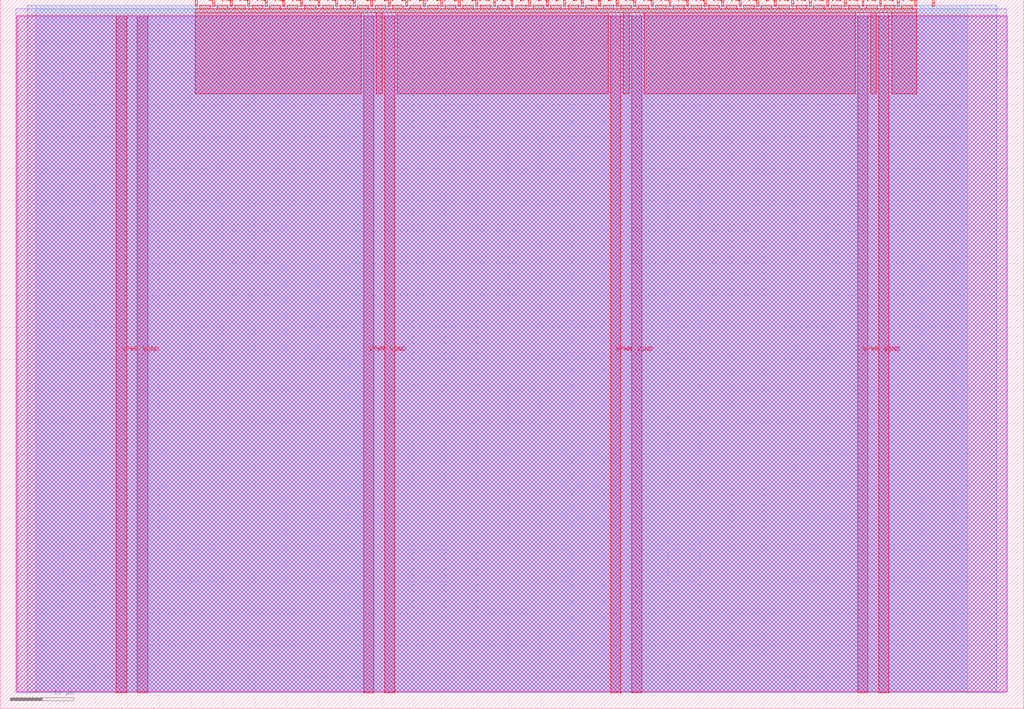
<source format=lef>
VERSION 5.7 ;
  NOWIREEXTENSIONATPIN ON ;
  DIVIDERCHAR "/" ;
  BUSBITCHARS "[]" ;
MACRO tt_um_wokwi_414123795172381697
  CLASS BLOCK ;
  FOREIGN tt_um_wokwi_414123795172381697 ;
  ORIGIN 0.000 0.000 ;
  SIZE 161.000 BY 111.520 ;
  PIN VGND
    DIRECTION INOUT ;
    USE GROUND ;
    PORT
      LAYER met4 ;
        RECT 21.580 2.480 23.180 109.040 ;
    END
    PORT
      LAYER met4 ;
        RECT 60.450 2.480 62.050 109.040 ;
    END
    PORT
      LAYER met4 ;
        RECT 99.320 2.480 100.920 109.040 ;
    END
    PORT
      LAYER met4 ;
        RECT 138.190 2.480 139.790 109.040 ;
    END
  END VGND
  PIN VPWR
    DIRECTION INOUT ;
    USE POWER ;
    PORT
      LAYER met4 ;
        RECT 18.280 2.480 19.880 109.040 ;
    END
    PORT
      LAYER met4 ;
        RECT 57.150 2.480 58.750 109.040 ;
    END
    PORT
      LAYER met4 ;
        RECT 96.020 2.480 97.620 109.040 ;
    END
    PORT
      LAYER met4 ;
        RECT 134.890 2.480 136.490 109.040 ;
    END
  END VPWR
  PIN clk
    DIRECTION INPUT ;
    USE SIGNAL ;
    ANTENNAGATEAREA 0.852000 ;
    PORT
      LAYER met4 ;
        RECT 143.830 110.520 144.130 111.520 ;
    END
  END clk
  PIN ena
    DIRECTION INPUT ;
    USE SIGNAL ;
    PORT
      LAYER met4 ;
        RECT 146.590 110.520 146.890 111.520 ;
    END
  END ena
  PIN rst_n
    DIRECTION INPUT ;
    USE SIGNAL ;
    ANTENNAGATEAREA 0.196500 ;
    PORT
      LAYER met4 ;
        RECT 141.070 110.520 141.370 111.520 ;
    END
  END rst_n
  PIN ui_in[0]
    DIRECTION INPUT ;
    USE SIGNAL ;
    ANTENNAGATEAREA 0.126000 ;
    PORT
      LAYER met4 ;
        RECT 138.310 110.520 138.610 111.520 ;
    END
  END ui_in[0]
  PIN ui_in[1]
    DIRECTION INPUT ;
    USE SIGNAL ;
    ANTENNAGATEAREA 0.196500 ;
    PORT
      LAYER met4 ;
        RECT 135.550 110.520 135.850 111.520 ;
    END
  END ui_in[1]
  PIN ui_in[2]
    DIRECTION INPUT ;
    USE SIGNAL ;
    ANTENNAGATEAREA 0.196500 ;
    PORT
      LAYER met4 ;
        RECT 132.790 110.520 133.090 111.520 ;
    END
  END ui_in[2]
  PIN ui_in[3]
    DIRECTION INPUT ;
    USE SIGNAL ;
    ANTENNAGATEAREA 0.196500 ;
    PORT
      LAYER met4 ;
        RECT 130.030 110.520 130.330 111.520 ;
    END
  END ui_in[3]
  PIN ui_in[4]
    DIRECTION INPUT ;
    USE SIGNAL ;
    ANTENNAGATEAREA 0.196500 ;
    PORT
      LAYER met4 ;
        RECT 127.270 110.520 127.570 111.520 ;
    END
  END ui_in[4]
  PIN ui_in[5]
    DIRECTION INPUT ;
    USE SIGNAL ;
    ANTENNAGATEAREA 0.196500 ;
    PORT
      LAYER met4 ;
        RECT 124.510 110.520 124.810 111.520 ;
    END
  END ui_in[5]
  PIN ui_in[6]
    DIRECTION INPUT ;
    USE SIGNAL ;
    ANTENNAGATEAREA 0.196500 ;
    PORT
      LAYER met4 ;
        RECT 121.750 110.520 122.050 111.520 ;
    END
  END ui_in[6]
  PIN ui_in[7]
    DIRECTION INPUT ;
    USE SIGNAL ;
    ANTENNAGATEAREA 0.196500 ;
    PORT
      LAYER met4 ;
        RECT 118.990 110.520 119.290 111.520 ;
    END
  END ui_in[7]
  PIN uio_in[0]
    DIRECTION INPUT ;
    USE SIGNAL ;
    ANTENNAGATEAREA 0.196500 ;
    PORT
      LAYER met4 ;
        RECT 116.230 110.520 116.530 111.520 ;
    END
  END uio_in[0]
  PIN uio_in[1]
    DIRECTION INPUT ;
    USE SIGNAL ;
    ANTENNAGATEAREA 0.196500 ;
    PORT
      LAYER met4 ;
        RECT 113.470 110.520 113.770 111.520 ;
    END
  END uio_in[1]
  PIN uio_in[2]
    DIRECTION INPUT ;
    USE SIGNAL ;
    ANTENNAGATEAREA 0.196500 ;
    PORT
      LAYER met4 ;
        RECT 110.710 110.520 111.010 111.520 ;
    END
  END uio_in[2]
  PIN uio_in[3]
    DIRECTION INPUT ;
    USE SIGNAL ;
    PORT
      LAYER met4 ;
        RECT 107.950 110.520 108.250 111.520 ;
    END
  END uio_in[3]
  PIN uio_in[4]
    DIRECTION INPUT ;
    USE SIGNAL ;
    PORT
      LAYER met4 ;
        RECT 105.190 110.520 105.490 111.520 ;
    END
  END uio_in[4]
  PIN uio_in[5]
    DIRECTION INPUT ;
    USE SIGNAL ;
    PORT
      LAYER met4 ;
        RECT 102.430 110.520 102.730 111.520 ;
    END
  END uio_in[5]
  PIN uio_in[6]
    DIRECTION INPUT ;
    USE SIGNAL ;
    PORT
      LAYER met4 ;
        RECT 99.670 110.520 99.970 111.520 ;
    END
  END uio_in[6]
  PIN uio_in[7]
    DIRECTION INPUT ;
    USE SIGNAL ;
    PORT
      LAYER met4 ;
        RECT 96.910 110.520 97.210 111.520 ;
    END
  END uio_in[7]
  PIN uio_oe[0]
    DIRECTION OUTPUT ;
    USE SIGNAL ;
    PORT
      LAYER met4 ;
        RECT 49.990 110.520 50.290 111.520 ;
    END
  END uio_oe[0]
  PIN uio_oe[1]
    DIRECTION OUTPUT ;
    USE SIGNAL ;
    PORT
      LAYER met4 ;
        RECT 47.230 110.520 47.530 111.520 ;
    END
  END uio_oe[1]
  PIN uio_oe[2]
    DIRECTION OUTPUT ;
    USE SIGNAL ;
    PORT
      LAYER met4 ;
        RECT 44.470 110.520 44.770 111.520 ;
    END
  END uio_oe[2]
  PIN uio_oe[3]
    DIRECTION OUTPUT ;
    USE SIGNAL ;
    PORT
      LAYER met4 ;
        RECT 41.710 110.520 42.010 111.520 ;
    END
  END uio_oe[3]
  PIN uio_oe[4]
    DIRECTION OUTPUT ;
    USE SIGNAL ;
    PORT
      LAYER met4 ;
        RECT 38.950 110.520 39.250 111.520 ;
    END
  END uio_oe[4]
  PIN uio_oe[5]
    DIRECTION OUTPUT ;
    USE SIGNAL ;
    PORT
      LAYER met4 ;
        RECT 36.190 110.520 36.490 111.520 ;
    END
  END uio_oe[5]
  PIN uio_oe[6]
    DIRECTION OUTPUT ;
    USE SIGNAL ;
    PORT
      LAYER met4 ;
        RECT 33.430 110.520 33.730 111.520 ;
    END
  END uio_oe[6]
  PIN uio_oe[7]
    DIRECTION OUTPUT ;
    USE SIGNAL ;
    PORT
      LAYER met4 ;
        RECT 30.670 110.520 30.970 111.520 ;
    END
  END uio_oe[7]
  PIN uio_out[0]
    DIRECTION OUTPUT ;
    USE SIGNAL ;
    PORT
      LAYER met4 ;
        RECT 72.070 110.520 72.370 111.520 ;
    END
  END uio_out[0]
  PIN uio_out[1]
    DIRECTION OUTPUT ;
    USE SIGNAL ;
    PORT
      LAYER met4 ;
        RECT 69.310 110.520 69.610 111.520 ;
    END
  END uio_out[1]
  PIN uio_out[2]
    DIRECTION OUTPUT ;
    USE SIGNAL ;
    PORT
      LAYER met4 ;
        RECT 66.550 110.520 66.850 111.520 ;
    END
  END uio_out[2]
  PIN uio_out[3]
    DIRECTION OUTPUT ;
    USE SIGNAL ;
    ANTENNADIFFAREA 0.445500 ;
    PORT
      LAYER met4 ;
        RECT 63.790 110.520 64.090 111.520 ;
    END
  END uio_out[3]
  PIN uio_out[4]
    DIRECTION OUTPUT ;
    USE SIGNAL ;
    ANTENNADIFFAREA 0.445500 ;
    PORT
      LAYER met4 ;
        RECT 61.030 110.520 61.330 111.520 ;
    END
  END uio_out[4]
  PIN uio_out[5]
    DIRECTION OUTPUT ;
    USE SIGNAL ;
    ANTENNADIFFAREA 0.445500 ;
    PORT
      LAYER met4 ;
        RECT 58.270 110.520 58.570 111.520 ;
    END
  END uio_out[5]
  PIN uio_out[6]
    DIRECTION OUTPUT ;
    USE SIGNAL ;
    ANTENNADIFFAREA 0.445500 ;
    PORT
      LAYER met4 ;
        RECT 55.510 110.520 55.810 111.520 ;
    END
  END uio_out[6]
  PIN uio_out[7]
    DIRECTION OUTPUT ;
    USE SIGNAL ;
    ANTENNADIFFAREA 0.795200 ;
    PORT
      LAYER met4 ;
        RECT 52.750 110.520 53.050 111.520 ;
    END
  END uio_out[7]
  PIN uo_out[0]
    DIRECTION OUTPUT ;
    USE SIGNAL ;
    ANTENNADIFFAREA 0.445500 ;
    PORT
      LAYER met4 ;
        RECT 94.150 110.520 94.450 111.520 ;
    END
  END uo_out[0]
  PIN uo_out[1]
    DIRECTION OUTPUT ;
    USE SIGNAL ;
    ANTENNADIFFAREA 0.445500 ;
    PORT
      LAYER met4 ;
        RECT 91.390 110.520 91.690 111.520 ;
    END
  END uo_out[1]
  PIN uo_out[2]
    DIRECTION OUTPUT ;
    USE SIGNAL ;
    ANTENNADIFFAREA 0.795200 ;
    PORT
      LAYER met4 ;
        RECT 88.630 110.520 88.930 111.520 ;
    END
  END uo_out[2]
  PIN uo_out[3]
    DIRECTION OUTPUT ;
    USE SIGNAL ;
    ANTENNADIFFAREA 0.795200 ;
    PORT
      LAYER met4 ;
        RECT 85.870 110.520 86.170 111.520 ;
    END
  END uo_out[3]
  PIN uo_out[4]
    DIRECTION OUTPUT ;
    USE SIGNAL ;
    ANTENNADIFFAREA 0.445500 ;
    PORT
      LAYER met4 ;
        RECT 83.110 110.520 83.410 111.520 ;
    END
  END uo_out[4]
  PIN uo_out[5]
    DIRECTION OUTPUT ;
    USE SIGNAL ;
    ANTENNADIFFAREA 0.795200 ;
    PORT
      LAYER met4 ;
        RECT 80.350 110.520 80.650 111.520 ;
    END
  END uo_out[5]
  PIN uo_out[6]
    DIRECTION OUTPUT ;
    USE SIGNAL ;
    ANTENNADIFFAREA 0.795200 ;
    PORT
      LAYER met4 ;
        RECT 77.590 110.520 77.890 111.520 ;
    END
  END uo_out[6]
  PIN uo_out[7]
    DIRECTION OUTPUT ;
    USE SIGNAL ;
    ANTENNADIFFAREA 0.445500 ;
    PORT
      LAYER met4 ;
        RECT 74.830 110.520 75.130 111.520 ;
    END
  END uo_out[7]
  OBS
      LAYER nwell ;
        RECT 2.570 2.635 158.430 108.990 ;
      LAYER li1 ;
        RECT 2.760 2.635 158.240 108.885 ;
      LAYER met1 ;
        RECT 2.460 2.480 158.240 110.120 ;
      LAYER met2 ;
        RECT 4.240 2.535 156.760 110.685 ;
      LAYER met3 ;
        RECT 5.585 2.555 152.195 110.665 ;
      LAYER met4 ;
        RECT 31.370 110.120 33.030 110.665 ;
        RECT 34.130 110.120 35.790 110.665 ;
        RECT 36.890 110.120 38.550 110.665 ;
        RECT 39.650 110.120 41.310 110.665 ;
        RECT 42.410 110.120 44.070 110.665 ;
        RECT 45.170 110.120 46.830 110.665 ;
        RECT 47.930 110.120 49.590 110.665 ;
        RECT 50.690 110.120 52.350 110.665 ;
        RECT 53.450 110.120 55.110 110.665 ;
        RECT 56.210 110.120 57.870 110.665 ;
        RECT 58.970 110.120 60.630 110.665 ;
        RECT 61.730 110.120 63.390 110.665 ;
        RECT 64.490 110.120 66.150 110.665 ;
        RECT 67.250 110.120 68.910 110.665 ;
        RECT 70.010 110.120 71.670 110.665 ;
        RECT 72.770 110.120 74.430 110.665 ;
        RECT 75.530 110.120 77.190 110.665 ;
        RECT 78.290 110.120 79.950 110.665 ;
        RECT 81.050 110.120 82.710 110.665 ;
        RECT 83.810 110.120 85.470 110.665 ;
        RECT 86.570 110.120 88.230 110.665 ;
        RECT 89.330 110.120 90.990 110.665 ;
        RECT 92.090 110.120 93.750 110.665 ;
        RECT 94.850 110.120 96.510 110.665 ;
        RECT 97.610 110.120 99.270 110.665 ;
        RECT 100.370 110.120 102.030 110.665 ;
        RECT 103.130 110.120 104.790 110.665 ;
        RECT 105.890 110.120 107.550 110.665 ;
        RECT 108.650 110.120 110.310 110.665 ;
        RECT 111.410 110.120 113.070 110.665 ;
        RECT 114.170 110.120 115.830 110.665 ;
        RECT 116.930 110.120 118.590 110.665 ;
        RECT 119.690 110.120 121.350 110.665 ;
        RECT 122.450 110.120 124.110 110.665 ;
        RECT 125.210 110.120 126.870 110.665 ;
        RECT 127.970 110.120 129.630 110.665 ;
        RECT 130.730 110.120 132.390 110.665 ;
        RECT 133.490 110.120 135.150 110.665 ;
        RECT 136.250 110.120 137.910 110.665 ;
        RECT 139.010 110.120 140.670 110.665 ;
        RECT 141.770 110.120 143.430 110.665 ;
        RECT 30.655 109.440 144.145 110.120 ;
        RECT 30.655 96.735 56.750 109.440 ;
        RECT 59.150 96.735 60.050 109.440 ;
        RECT 62.450 96.735 95.620 109.440 ;
        RECT 98.020 96.735 98.920 109.440 ;
        RECT 101.320 96.735 134.490 109.440 ;
        RECT 136.890 96.735 137.790 109.440 ;
        RECT 140.190 96.735 144.145 109.440 ;
  END
END tt_um_wokwi_414123795172381697
END LIBRARY


</source>
